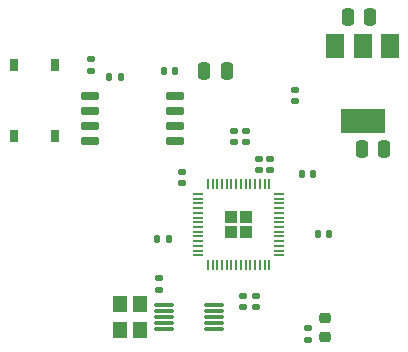
<source format=gtp>
G04 #@! TF.GenerationSoftware,KiCad,Pcbnew,8.0.7*
G04 #@! TF.CreationDate,2025-01-22T20:15:04+01:00*
G04 #@! TF.ProjectId,RP2040_minimal_r2,52503230-3430-45f6-9d69-6e696d616c5f,REV2*
G04 #@! TF.SameCoordinates,Original*
G04 #@! TF.FileFunction,Paste,Top*
G04 #@! TF.FilePolarity,Positive*
%FSLAX46Y46*%
G04 Gerber Fmt 4.6, Leading zero omitted, Abs format (unit mm)*
G04 Created by KiCad (PCBNEW 8.0.7) date 2025-01-22 20:15:04*
%MOMM*%
%LPD*%
G01*
G04 APERTURE LIST*
G04 Aperture macros list*
%AMRoundRect*
0 Rectangle with rounded corners*
0 $1 Rounding radius*
0 $2 $3 $4 $5 $6 $7 $8 $9 X,Y pos of 4 corners*
0 Add a 4 corners polygon primitive as box body*
4,1,4,$2,$3,$4,$5,$6,$7,$8,$9,$2,$3,0*
0 Add four circle primitives for the rounded corners*
1,1,$1+$1,$2,$3*
1,1,$1+$1,$4,$5*
1,1,$1+$1,$6,$7*
1,1,$1+$1,$8,$9*
0 Add four rect primitives between the rounded corners*
20,1,$1+$1,$2,$3,$4,$5,0*
20,1,$1+$1,$4,$5,$6,$7,0*
20,1,$1+$1,$6,$7,$8,$9,0*
20,1,$1+$1,$8,$9,$2,$3,0*%
G04 Aperture macros list end*
%ADD10RoundRect,0.250000X-0.250000X-0.475000X0.250000X-0.475000X0.250000X0.475000X-0.250000X0.475000X0*%
%ADD11RoundRect,0.140000X0.170000X-0.140000X0.170000X0.140000X-0.170000X0.140000X-0.170000X-0.140000X0*%
%ADD12RoundRect,0.140000X0.140000X0.170000X-0.140000X0.170000X-0.140000X-0.170000X0.140000X-0.170000X0*%
%ADD13RoundRect,0.135000X0.135000X0.185000X-0.135000X0.185000X-0.135000X-0.185000X0.135000X-0.185000X0*%
%ADD14R,1.500000X2.000000*%
%ADD15R,3.800000X2.000000*%
%ADD16RoundRect,0.150000X-0.650000X-0.150000X0.650000X-0.150000X0.650000X0.150000X-0.650000X0.150000X0*%
%ADD17RoundRect,0.135000X0.185000X-0.135000X0.185000X0.135000X-0.185000X0.135000X-0.185000X-0.135000X0*%
%ADD18RoundRect,0.140000X-0.140000X-0.170000X0.140000X-0.170000X0.140000X0.170000X-0.140000X0.170000X0*%
%ADD19RoundRect,0.140000X-0.170000X0.140000X-0.170000X-0.140000X0.170000X-0.140000X0.170000X0.140000X0*%
%ADD20RoundRect,0.250000X-0.292217X-0.292217X0.292217X-0.292217X0.292217X0.292217X-0.292217X0.292217X0*%
%ADD21RoundRect,0.050000X-0.387500X-0.050000X0.387500X-0.050000X0.387500X0.050000X-0.387500X0.050000X0*%
%ADD22RoundRect,0.050000X-0.050000X-0.387500X0.050000X-0.387500X0.050000X0.387500X-0.050000X0.387500X0*%
%ADD23R,1.200000X1.400000*%
%ADD24RoundRect,0.218750X-0.256250X0.218750X-0.256250X-0.218750X0.256250X-0.218750X0.256250X0.218750X0*%
%ADD25R,0.750000X1.000000*%
%ADD26RoundRect,0.087500X-0.725000X-0.087500X0.725000X-0.087500X0.725000X0.087500X-0.725000X0.087500X0*%
G04 APERTURE END LIST*
D10*
X110450000Y-93600000D03*
X112350000Y-93600000D03*
D11*
X102700000Y-95380000D03*
X102700000Y-94420000D03*
X101700000Y-95380000D03*
X101700000Y-94420000D03*
D12*
X94095000Y-101200000D03*
X93135000Y-101200000D03*
X94615000Y-87000000D03*
X93655000Y-87000000D03*
D13*
X90010000Y-87500000D03*
X88990000Y-87500000D03*
D14*
X112800000Y-84900000D03*
X110500000Y-84900000D03*
D15*
X110500000Y-91200000D03*
D14*
X108200000Y-84900000D03*
D16*
X87400000Y-89095000D03*
X87400000Y-90365000D03*
X87400000Y-91635000D03*
X87400000Y-92905000D03*
X94600000Y-92905000D03*
X94600000Y-91635000D03*
X94600000Y-90365000D03*
X94600000Y-89095000D03*
D17*
X87500000Y-87010000D03*
X87500000Y-85990000D03*
D11*
X100600000Y-93000000D03*
X100600000Y-92040000D03*
D18*
X106722500Y-100750000D03*
X107682500Y-100750000D03*
D19*
X100381000Y-106005000D03*
X100381000Y-106965000D03*
X101500000Y-106005000D03*
X101500000Y-106965000D03*
D10*
X109250000Y-82400000D03*
X111150000Y-82400000D03*
D11*
X95200000Y-96460000D03*
X95200000Y-95500000D03*
X104800000Y-89545000D03*
X104800000Y-88585000D03*
D20*
X99362500Y-99362500D03*
X99362500Y-100637500D03*
X100637500Y-99362500D03*
X100637500Y-100637500D03*
D21*
X96562500Y-97400000D03*
X96562500Y-97800000D03*
X96562500Y-98200000D03*
X96562500Y-98600000D03*
X96562500Y-99000000D03*
X96562500Y-99400000D03*
X96562500Y-99800000D03*
X96562500Y-100200000D03*
X96562500Y-100600000D03*
X96562500Y-101000000D03*
X96562500Y-101400000D03*
X96562500Y-101800000D03*
X96562500Y-102200000D03*
X96562500Y-102600000D03*
D22*
X97400000Y-103437500D03*
X97800000Y-103437500D03*
X98200000Y-103437500D03*
X98600000Y-103437500D03*
X99000000Y-103437500D03*
X99400000Y-103437500D03*
X99800000Y-103437500D03*
X100200000Y-103437500D03*
X100600000Y-103437500D03*
X101000000Y-103437500D03*
X101400000Y-103437500D03*
X101800000Y-103437500D03*
X102200000Y-103437500D03*
X102600000Y-103437500D03*
D21*
X103437500Y-102600000D03*
X103437500Y-102200000D03*
X103437500Y-101800000D03*
X103437500Y-101400000D03*
X103437500Y-101000000D03*
X103437500Y-100600000D03*
X103437500Y-100200000D03*
X103437500Y-99800000D03*
X103437500Y-99400000D03*
X103437500Y-99000000D03*
X103437500Y-98600000D03*
X103437500Y-98200000D03*
X103437500Y-97800000D03*
X103437500Y-97400000D03*
D22*
X102600000Y-96562500D03*
X102200000Y-96562500D03*
X101800000Y-96562500D03*
X101400000Y-96562500D03*
X101000000Y-96562500D03*
X100600000Y-96562500D03*
X100200000Y-96562500D03*
X99800000Y-96562500D03*
X99400000Y-96562500D03*
X99000000Y-96562500D03*
X98600000Y-96562500D03*
X98200000Y-96562500D03*
X97800000Y-96562500D03*
X97400000Y-96562500D03*
D11*
X99600000Y-93000000D03*
X99600000Y-92040000D03*
D18*
X105340000Y-95700000D03*
X106300000Y-95700000D03*
D10*
X97100000Y-87000000D03*
X99000000Y-87000000D03*
D23*
X89950000Y-106700000D03*
X89950000Y-108900000D03*
X91650000Y-108900000D03*
X91650000Y-106700000D03*
D24*
X107300000Y-107900000D03*
X107300000Y-109475000D03*
D19*
X93300000Y-104540000D03*
X93300000Y-105500000D03*
D25*
X81000000Y-92500000D03*
X84500000Y-92500000D03*
X81000000Y-86500000D03*
X84500000Y-86500000D03*
D17*
X105900000Y-109800000D03*
X105900000Y-108780000D03*
D26*
X93687500Y-106800000D03*
X93687500Y-107300000D03*
X93687500Y-107800000D03*
X93687500Y-108300000D03*
X93687500Y-108800000D03*
X97912500Y-108800000D03*
X97912500Y-108300000D03*
X97912500Y-107800000D03*
X97912500Y-107300000D03*
X97912500Y-106800000D03*
M02*

</source>
